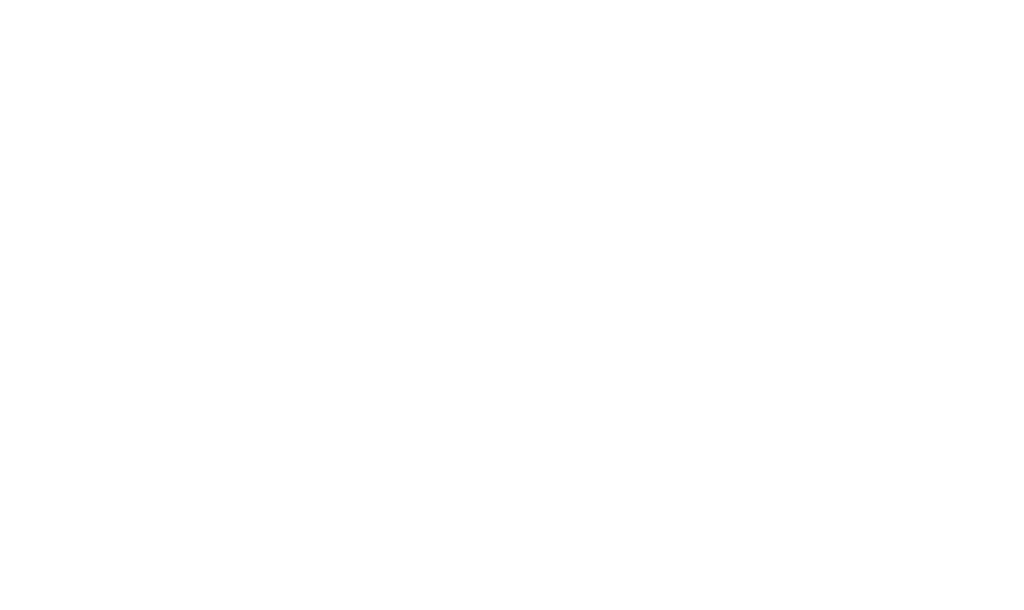
<source format=kicad_pcb>
(kicad_pcb
	(version 20241229)
	(generator "pcbnew")
	(generator_version "9.0")
	(general
		(thickness 1.6)
		(legacy_teardrops no)
	)
	(paper "A3")
	(title_block
		(title "DBtronics Project Title – PCB")
		(date "2025-04-06")
		(rev "rev0")
		(company "DBtronics Inc.")
		(comment 1 "Dian Basit")
		(comment 2 "dianbasit@dbtronics.org")
		(comment 3 "+1 (587) 432-2486")
	)
	(layers
		(0 "F.Cu" signal)
		(2 "B.Cu" signal)
		(9 "F.Adhes" user "F.Adhesive")
		(11 "B.Adhes" user "B.Adhesive")
		(13 "F.Paste" user)
		(15 "B.Paste" user)
		(5 "F.SilkS" user "F.Silkscreen")
		(7 "B.SilkS" user "B.Silkscreen")
		(1 "F.Mask" user)
		(3 "B.Mask" user)
		(17 "Dwgs.User" user "User.Drawings")
		(19 "Cmts.User" user "User.Comments")
		(21 "Eco1.User" user "User.Eco1")
		(23 "Eco2.User" user "User.Eco2")
		(25 "Edge.Cuts" user)
		(27 "Margin" user)
		(31 "F.CrtYd" user "F.Courtyard")
		(29 "B.CrtYd" user "B.Courtyard")
		(35 "F.Fab" user)
		(33 "B.Fab" user)
		(39 "User.1" user)
		(41 "User.2" user)
		(43 "User.3" user)
		(45 "User.4" user)
		(47 "User.5" user)
		(49 "User.6" user)
		(51 "User.7" user)
		(53 "User.8" user)
		(55 "User.9" user)
	)
	(setup
		(stackup
			(layer "F.SilkS"
				(type "Top Silk Screen")
			)
			(layer "F.Paste"
				(type "Top Solder Paste")
			)
			(layer "F.Mask"
				(type "Top Solder Mask")
				(color "Green")
				(thickness 0.01)
			)
			(layer "F.Cu"
				(type "copper")
				(thickness 0.035)
			)
			(layer "dielectric 1"
				(type "core")
				(thickness 1.51)
				(material "FR4")
				(epsilon_r 4.5)
				(loss_tangent 0.02)
			)
			(layer "B.Cu"
				(type "copper")
				(thickness 0.035)
			)
			(layer "B.Mask"
				(type "Bottom Solder Mask")
				(color "Green")
				(thickness 0.01)
			)
			(layer "B.Paste"
				(type "Bottom Solder Paste")
			)
			(layer "B.SilkS"
				(type "Bottom Silk Screen")
			)
			(copper_finish "None")
			(dielectric_constraints no)
		)
		(pad_to_mask_clearance 0)
		(allow_soldermask_bridges_in_footprints no)
		(tenting front back)
		(aux_axis_origin 150 168.5)
		(grid_origin 150 168.5)
		(pcbplotparams
			(layerselection 0x00000000_00000000_00000000_000000a5)
			(plot_on_all_layers_selection 0x00000000_00000000_00000000_00000000)
			(disableapertmacros no)
			(usegerberextensions yes)
			(usegerberattributes no)
			(usegerberadvancedattributes no)
			(creategerberjobfile no)
			(dashed_line_dash_ratio 12.000000)
			(dashed_line_gap_ratio 3.000000)
			(svgprecision 6)
			(plotframeref no)
			(mode 1)
			(useauxorigin no)
			(hpglpennumber 1)
			(hpglpenspeed 20)
			(hpglpendiameter 15.000000)
			(pdf_front_fp_property_popups yes)
			(pdf_back_fp_property_popups yes)
			(pdf_metadata yes)
			(pdf_single_document no)
			(dxfpolygonmode yes)
			(dxfimperialunits yes)
			(dxfusepcbnewfont yes)
			(psnegative no)
			(psa4output no)
			(plot_black_and_white yes)
			(sketchpadsonfab no)
			(plotpadnumbers no)
			(hidednponfab no)
			(sketchdnponfab yes)
			(crossoutdnponfab yes)
			(subtractmaskfromsilk no)
			(outputformat 1)
			(mirror no)
			(drillshape 1)
			(scaleselection 1)
			(outputdirectory "")
		)
	)
	(net 0 "")
	(gr_line
		(start 504.985715 250.5)
		(end 504.985715 287.262)
		(stroke
			(width 0.1)
			(type default)
		)
		(layer "Dwgs.User")
		(uuid "172887ea-5d8c-4bd5-9d4a-a50a0443ddc0")
	)
	(gr_line
		(start 428 254.808)
		(end 551.328575 254.808)
		(stroke
			(width 0.1)
			(type default)
		)
		(layer "Dwgs.User")
		(uuid "1989b35e-4fd4-4f92-b2d6-ad68d6f18338")
	)
	(gr_line
		(start 534.371431 250.5)
		(end 534.371431 287.262)
		(stroke
			(width 0.1)
			(type default)
		)
		(layer "Dwgs.User")
		(uuid "1f8041a3-afe5-4bfb-81f6-4c0fb1260cdd")
	)
	(gr_line
		(start 428 287.262)
		(end 551.328575 287.262)
		(stroke
			(width 0.1)
			(type default)
		)
		(layer "Dwgs.User")
		(uuid "24b3e4bc-fa26-46e1-a875-31fda6dd9da7")
	)
	(gr_line
		(start 428 272.838)
		(end 551.328575 272.838)
		(stroke
			(width 0.1)
			(type default)
		)
		(layer "Dwgs.User")
		(uuid "28ce659f-15f6-4655-ad29-a11feeace0ca")
	)
	(gr_line
		(start 428 283.656)
		(end 551.328575 283.656)
		(stroke
			(width 0.1)
			(type default)
		)
		(layer "Dwgs.User")
		(uuid "3bfbabe7-01a5-4fca-94c3-be70fe97039b")
	)
	(gr_line
		(start 468.457142 250.5)
		(end 468.457142 287.262)
		(stroke
			(width 0.1)
			(type default)
		)
		(layer "Dwgs.User")
		(uuid "40027914-f22f-4ce2-b4f9-573f9b91921e")
	)
	(gr_line
		(start 428 265.626)
		(end 551.328575 265.626)
		(stroke
			(width 0.1)
			(type default)
		)
		(layer "Dwgs.User")
		(uuid "427bcd7a-1a3a-4ef5-a7c9-64de69695bce")
	)
	(gr_line
		(start 551.328575 250.5)
		(end 551.328575 287.262)
		(stroke
			(width 0.1)
			(type default)
		)
		(layer "Dwgs.User")
		(uuid "495085f7-ebfe-4c73-beef-4784190a8966")
	)
	(gr_line
		(start 428 258.414)
		(end 551.328575 258.414)
		(stroke
			(width 0.1)
			(type default)
		)
		(layer "Dwgs.User")
		(uuid "65d3ef14-05ac-4e87-886b-b37b218a0b28")
	)
	(gr_line
		(start 428 250.5)
		(end 428 287.262)
		(stroke
			(width 0.1)
			(type default)
		)
		(layer "Dwgs.User")
		(uuid "7381ccff-8711-470a-be37-3e9641807e14")
	)
	(gr_line
		(start 484.957143 250.5)
		(end 484.957143 287.262)
		(stroke
			(width 0.1)
			(type default)
		)
		(layer "Dwgs.User")
		(uuid "83bf3e3c-fa24-4e72-a66c-db430b2ccd5f")
	)
	(gr_line
		(start 428 276.444)
		(end 551.328575 276.444)
		(stroke
			(width 0.1)
			(type default)
		)
		(layer "Dwgs.User")
		(uuid "90d25846-0e03-4249-ad2c-aec97c8d5b28")
	)
	(gr_line
		(start 428 269.232)
		(end 551.328575 269.232)
		(stroke
			(width 0.1)
			(type default)
		)
		(layer "Dwgs.User")
		(uuid "9164f634-5c75-4334-b885-3335189f959d")
	)
	(gr_line
		(start 443.385714 250.5)
		(end 443.385714 287.262)
		(stroke
			(width 0.1)
			(type default)
		)
		(layer "Dwgs.User")
		(uuid "d7705f6f-f10f-466b-9e29-1b0260db8499")
	)
	(gr_line
		(start 428 250.5)
		(end 551.328575 250.5)
		(stroke
			(width 0.1)
			(type default)
		)
		(layer "Dwgs.User")
		(uuid "e5e9d480-42fd-4abf-bd00-dbc027dab7d0")
	)
	(gr_line
		(start 428 262.02)
		(end 551.328575 262.02)
		(stroke
			(width 0.1)
			(type default)
		)
		(layer "Dwgs.User")
		(uuid "e6577a65-afb2-4821-814a-f86540b97e93")
	)
	(gr_line
		(start 428 280.05)
		(end 551.328575 280.05)
		(stroke
			(width 0.1)
			(type default)
		)
		(layer "Dwgs.User")
		(uuid "e69861b7-d7fe-430a-b6ca-e7e531dab0c0")
	)
	(gr_line
		(start 521.485716 250.5)
		(end 521.485716 287.262)
		(stroke
			(width 0.1)
			(type default)
		)
		(layer "Dwgs.User")
		(uuid "fdf45f54-5c5f-4e4a-80d5-4f38f1b8e53b")
	)
	(gr_text ""
		(at 505.735715 280.8 0)
		(layer "Dwgs.User")
		(uuid "02219328-406b-48d7-850d-5f6c7399a2dc")
		(effects
			(font
				(size 1.5 1.5)
				(thickness 0.1)
			)
			(justify left top)
		)
	)
	(gr_text "Min hole diameter: "
		(at 496.492852 227.408 0)
		(layer "Dwgs.User")
		(uuid "03ba1438-0175-4e1e-84b2-f9940cc6efb7")
		(effects
			(font
				(size 1.5 1.5)
				(thickness 0.2)
			)
			(justify left top)
		)
	)
	(gr_text "Color"
		(at 505.735715 251.25 0)
		(layer "Dwgs.User")
		(uuid "0569b4dc-c62f-4cf6-991c-063247c39b0b")
		(effects
			(font
				(size 1.5 1.5)
				(thickness 0.3)
			)
			(justify left top)
		)
	)
	(gr_text "1"
		(at 522.235716 280.8 0)
		(layer "Dwgs.User")
		(uuid "078f0225-8f18-4e08-9d41-071e26478caf")
		(effects
			(font
				(size 1.5 1.5)
				(thickness 0.1)
			)
			(justify left top)
		)
	)
	(gr_text "Epsilon R"
		(at 522.235716 251.25 0)
		(layer "Dwgs.User")
		(uuid "0e197e72-1559-4af5-8832-1811b31b5ab3")
		(effects
			(font
				(size 1.5 1.5)
				(thickness 0.3)
			)
			(justify left top)
		)
	)
	(gr_text "No"
		(at 521.435709 231.365 0)
		(layer "Dwgs.User")
		(uuid "0efc8123-28dc-4d9f-b500-692557a1dbae")
		(effects
			(font
				(size 1.5 1.5)
				(thickness 0.2)
			)
			(justify left top)
		)
	)
	(gr_text ""
		(at 469.207142 273.588 0)
		(layer "Dwgs.User")
		(uuid "10946e10-f732-4d5d-a932-6a415d0cc76a")
		(effects
			(font
				(size 1.5 1.5)
				(thickness 0.1)
			)
			(justify left top)
		)
	)
	(gr_text "Copper Layer Count: "
		(at 428.25 219.494 0)
		(layer "Dwgs.User")
		(uuid "116de4c4-eec7-4f16-a146-75355477f5ab")
		(effects
			(font
				(size 1.5 1.5)
				(thickness 0.2)
			)
			(justify left top)
		)
	)
	(gr_text "0.035 mm"
		(at 485.707143 273.588 0)
		(layer "Dwgs.User")
		(uuid "16a5072f-e81f-486a-8343-78a61c8cae76")
		(effects
			(font
				(size 1.5 1.5)
				(thickness 0.1)
			)
			(justify left top)
		)
	)
	(gr_text ""
		(at 505.735715 273.588 0)
		(layer "Dwgs.User")
		(uuid "16d3fc04-65d3-424f-ad8c-09cb32535269")
		(effects
			(font
				(size 1.5 1.5)
				(thickness 0.1)
			)
			(justify left top)
		)
	)
	(gr_text "B.Silkscreen"
		(at 428.75 284.406 0)
		(layer "Dwgs.User")
		(uuid "1d300289-1985-4051-8aa2-c89ec12c88fb")
		(effects
			(font
				(size 1.5 1.5)
				(thickness 0.1)
			)
			(justify left top)
		)
	)
	(gr_text ""
		(at 496.492852 223.451 0)
		(layer "Dwgs.User")
		(uuid "1ef5e0f5-72d5-4e94-a5dc-63bbd7729def")
		(effects
			(font
				(size 1.5 1.5)
				(thickness 0.2)
			)
			(justify left top)
		)
	)
	(gr_text "Board Thickness: "
		(at 496.492852 219.494 0)
		(layer "Dwgs.User")
		(uuid "204bb3b1-6452-4a65-9633-519987082373")
		(effects
			(font
				(size 1.5 1.5)
				(thickness 0.2)
			)
			(justify left top)
		)
	)
	(gr_text "Thickness (mm)"
		(at 485.707143 251.25 0)
		(layer "Dwgs.User")
		(uuid "2889fb6b-1509-48f7-9557-74554369ab63")
		(effects
			(font
				(size 1.5 1.5)
				(thickness 0.3)
			)
			(justify left top)
		)
	)
	(gr_text "Castellated pads: "
		(at 428.25 235.322 0)
		(layer "Dwgs.User")
		(uuid "2e33a90a-e7ce-4723-8e98-2913f1c90a48")
		(effects
			(font
				(size 1.5 1.5)
				(thickness 0.2)
			)
			(justify left top)
		)
	)
	(gr_text "Not specified"
		(at 469.207142 284.406 0)
		(layer "Dwgs.User")
		(uuid "30e8b281-3e6c-4e94-824c-15b145371291")
		(effects
			(font
				(size 1.5 1.5)
				(thickness 0.1)
			)
			(justify left top)
		)
	)
	(gr_text "Green"
		(at 505.735715 277.194 0)
		(layer "Dwgs.User")
		(uuid "30ea61d9-d917-4d3d-a30e-56c1a77b0c04")
		(effects
			(font
				(size 1.5 1.5)
				(thickness 0.1)
			)
			(justify left top)
		)
	)
	(gr_text "F.Paste"
		(at 428.75 259.164 0)
		(layer "Dwgs.User")
		(uuid "338ecdef-b8fc-4970-9f5a-7f6b2dd18a7f")
		(effects
			(font
				(size 1.5 1.5)
				(thickness 0.1)
			)
			(justify left top)
		)
	)
	(gr_text "1"
		(at 522.235716 259.164 0)
		(layer "Dwgs.User")
		(uuid "34702b4e-9504-4999-a606-e824f18bc140")
		(effects
			(font
				(size 1.5 1.5)
				(thickness 0.1)
			)
			(justify left top)
		)
	)
	(gr_text "0"
		(at 535.121431 255.558 0)
		(layer "Dwgs.User")
		(uuid "38f6e24e-65ef-4826-a1ba-3dc05df989a2")
		(effects
			(font
				(size 1.5 1.5)
				(thickness 0.1)
			)
			(justify left top)
		)
	)
	(gr_text ""
		(at 469.207142 259.164 0)
		(layer "Dwgs.User")
		(uuid "3df68e04-9ef1-4897-971a-bcab63302806")
		(effects
			(font
				(size 1.5 1.5)
				(thickness 0.1)
			)
			(justify left top)
		)
	)
	(gr_text "1.6000 mm"
		(at 521.435709 219.494 0)
		(layer "Dwgs.User")
		(uuid "3f6c542d-9a17-4997-b58d-2c8eb3f175a4")
		(effects
			(font
				(size 1.5 1.5)
				(thickness 0.2)
			)
			(justify left top)
		)
	)
	(gr_text "0"
		(at 535.121431 259.164 0)
		(layer "Dwgs.User")
		(uuid "407165d3-5687-4b36-aaf6-a15e705a3e52")
		(effects
			(font
				(size 1.5 1.5)
				(thickness 0.1)
			)
			(justify left top)
		)
	)
	(gr_text "0.02"
		(at 535.121431 269.982 0)
		(layer "Dwgs.User")
		(uuid "42d41816-d7f9-4356-bf35-8cbee46c2ba8")
		(effects
			(font
				(size 1.5 1.5)
				(thickness 0.1)
			)
			(justify left top)
		)
	)
	(gr_text "No"
		(at 521.435709 235.322 0)
		(layer "Dwgs.User")
		(uuid "43c784b1-7323-4d26-a037-0a995d7a5903")
		(effects
			(font
				(size 1.5 1.5)
				(thickness 0.2)
			)
			(justify left top)
		)
	)
	(gr_text "Board overall dimensions: "
		(at 428.25 223.451 0)
		(layer "Dwgs.User")
		(uuid "445c53d7-12e4-47a9-b9af-a99a3ac64e45")
		(effects
			(font
				(size 1.5 1.5)
				(thickness 0.2)
			)
			(justify left top)
		)
	)
	(gr_text "Not specified"
		(at 505.735715 269.982 0)
		(layer "Dwgs.User")
		(uuid "456c2f4e-1312-41ba-a01d-cc32c30228bd")
		(effects
			(font
				(size 1.5 1.5)
				(thickness 0.1)
			)
			(justify left top)
		)
	)
	(gr_text ""
		(at 469.207142 266.376 0)
		(layer "Dwgs.User")
		(uuid "47a664d2-a163-4df6-89dc-bd86f78cd979")
		(effects
			(font
				(size 1.5 1.5)
				(thickness 0.1)
			)
			(justify left top)
		)
	)
	(gr_text ""
		(at 469.207142 280.8 0)
		(layer "Dwgs.User")
		(uuid "48b4a29f-c38d-40a9-add9-313dfce27bf0")
		(effects
			(font
				(size 1.5 1.5)
				(thickness 0.1)
			)
			(justify left top)
		)
	)
	(gr_text "Not specified"
		(at 469.207142 255.558 0)
		(layer "Dwgs.User")
		(uuid "49ee484c-6231-42e1-bc6e-e9e4747d3f77")
		(effects
			(font
				(size 1.5 1.5)
				(thickness 0.1)
			)
			(justify left top)
		)
	)
	(gr_text "123.4286 mm x 36.8620 mm"
		(at 460.907143 223.451 0)
		(layer "Dwgs.User")
		(uuid "4ecc2f7d-e529-4e07-b36c-1687ed71b25b")
		(effects
			(font
				(size 1.5 1.5)
				(thickness 0.2)
			)
			(justify left top)
		)
	)
	(gr_text "0.2000 mm / 0.0000 mm"
		(at 460.907143 227.408 0)
		(layer "Dwgs.User")
		(uuid "4ff3a5a6-5a3c-4bbf-8012-613d1f8151a1")
		(effects
			(font
				(size 1.5 1.5)
				(thickness 0.2)
			)
			(justify left top)
		)
	)
	(gr_text "Layer Name"
		(at 428.75 251.25 0)
		(layer "Dwgs.User")
		(uuid "5090a857-1da5-4994-bd07-a0e6d13bd109")
		(effects
			(font
				(size 1.5 1.5)
				(thickness 0.3)
			)
			(justify left top)
		)
	)
	(gr_text "Plated Board Edge: "
		(at 496.492852 235.322 0)
		(layer "Dwgs.User")
		(uuid "50c71aeb-0dbb-443c-bd10-76af1c79c242")
		(effects
			(font
				(size 1.5 1.5)
				(thickness 0.2)
			)
			(justify left top)
		)
	)
	(gr_text "0.035 mm"
		(at 485.707143 266.376 0)
		(layer "Dwgs.User")
		(uuid "5114569f-4919-4d12-b3a7-0cdba0d951ff")
		(effects
			(font
				(size 1.5 1.5)
				(thickness 0.1)
			)
			(justify left top)
		)
	)
	(gr_text "copper"
		(at 444.135714 266.376 0)
		(layer "Dwgs.User")
		(uuid "514909d4-4d0d-4076-9f7d-c20ae4b9b574")
		(effects
			(font
				(size 1.5 1.5)
				(thickness 0.1)
			)
			(justify left top)
		)
	)
	(gr_text "0 mm"
		(at 485.707143 284.406 0)
		(layer "Dwgs.User")
		(uuid "51c7a61b-e888-4345-9583-313984c5fad8")
		(effects
			(font
				(size 1.5 1.5)
				(thickness 0.1)
			)
			(justify left top)
		)
	)
	(gr_text "Not specified"
		(at 469.207142 262.77 0)
		(layer "Dwgs.User")
		(uuid "54027c15-fd2d-4745-9059-df32d512669e")
		(effects
			(font
				(size 1.5 1.5)
				(thickness 0.1)
			)
			(justify left top)
		)
	)
	(gr_text "0"
		(at 535.121431 266.376 0)
		(layer "Dwgs.User")
		(uuid "5542a416-c0de-44d1-85a4-57f9451afcf1")
		(effects
			(font
				(size 1.5 1.5)
				(thickness 0.1)
			)
			(justify left top)
		)
	)
	(gr_text "Edge card connectors: "
		(at 428.25 239.279 0)
		(layer "Dwgs.User")
		(uuid "5a8d4864-a245-403f-b6b7-ba3a302a194e")
		(effects
			(font
				(size 1.5 1.5)
				(thickness 0.2)
			)
			(justify left top)
		)
	)
	(gr_text "0.01 mm"
		(at 485.707143 277.194 0)
		(layer "Dwgs.User")
		(uuid "5b158703-19c5-4fd2-b000-289df4a5343a")
		(effects
			(font
				(size 1.5 1.5)
				(thickness 0.1)
			)
			(justify left top)
		)
	)
	(gr_text "Green"
		(at 505.735715 262.77 0)
		(layer "Dwgs.User")
		(uuid "5bc40cf5-9d04-4717-b9c9-3be8a2fb63bf")
		(effects
			(font
				(size 1.5 1.5)
				(thickness 0.1)
			)
			(justify left top)
		)
	)
	(gr_text "0"
		(at 535.121431 277.194 0)
		(layer "Dwgs.User")
		(uuid "5cd28989-90a7-4079-8999-ded27180bad6")
		(effects
			(font
				(size 1.5 1.5)
				(thickness 0.1)
			)
			(justify left top)
		)
	)
	(gr_text "Min track/spacing: "
		(at 428.25 227.408 0)
		(layer "Dwgs.User")
		(uuid "6365c03c-b03b-40bb-b452-0f17f7df9632")
		(effects
			(font
				(size 1.5 1.5)
				(thickness 0.2)
			)
			(justify left top)
		)
	)
	(gr_text "0.3000 mm"
		(at 521.435709 227.408 0)
		(layer "Dwgs.User")
		(uuid "6f9ffb83-757b-42ba-809e-fae45b202d25")
		(effects
			(font
				(size 1.5 1.5)
				(thickness 0.2)
			)
			(justify left top)
		)
	)
	(gr_text "3.3"
		(at 522.235716 277.194 0)
		(layer "Dwgs.User")
		(uuid "7006af42-e7d9-4c95-bc32-a656fe15b51c")
		(effects
			(font
				(size 1.5 1.5)
				(thickness 0.1)
			)
			(justify left top)
		)
	)
	(gr_text "0 mm"
		(at 485.707143 255.558 0)
		(layer "Dwgs.User")
		(uuid "74f240bb-9fa1-48cd-92eb-1bc99f713448")
		(effects
			(font
				(size 1.5 1.5)
				(thickness 0.1)
			)
			(justify left top)
		)
	)
	(gr_text "Not specified"
		(at 505.735715 255.558 0)
		(layer "Dwgs.User")
		(uuid "7aa2ccf2-d38f-41b5-898e-ae5205ace9a2")
		(effects
			(font
				(size 1.5 1.5)
				(thickness 0.1)
			)
			(justify left top)
		)
	)
	(gr_text "F.Cu"
		(at 428.75 266.376 0)
		(layer "Dwgs.User")
		(uuid "7cc9159c-e040-48ec-b599-563bb89913a4")
		(effects
			(font
				(size 1.5 1.5)
				(thickness 0.1)
			)
			(justify left top)
		)
	)
	(gr_text "0.01 mm"
		(at 485.707143 262.77 0)
		(layer "Dwgs.User")
		(uuid "7e338287-12ff-40d2-8cf0-a34f3a155edd")
		(effects
			(font
				(size 1.5 1.5)
				(thickness 0.1)
			)
			(justify left top)
		)
	)
	(gr_text "1.51 mm"
		(at 485.707143 269.982 0)
		(layer "Dwgs.User")
		(uuid "81b8d7dd-5384-4d87-a6ea-8e9cb54d825f")
		(effects
			(font
				(size 1.5 1.5)
				(thickness 0.1)
			)
			(justify left top)
		)
	)
	(gr_text "2"
		(at 460.907143 219.494 0)
		(layer "Dwgs.User")
		(uuid "8256f71a-a92a-4ecd-8dc4-925a359f0176")
		(effects
			(font
				(size 1.5 1.5)
				(thickness 0.2)
			)
			(justify left top)
		)
	)
	(gr_text "BOARD CHARACTERISTICS"
		(at 427.5 214 0)
		(layer "Dwgs.User")
		(uuid "82e07007-68b7-4692-9425-b51a7c9e19f6")
		(effects
			(font
				(size 2 2)
				(thickness 0.4)
			)
			(justify left top)
		)
	)
	(gr_text "Dielectric"
		(at 428.75 269.982 0)
		(layer "Dwgs.User")
		(uuid "82e39f5d-135a-4013-881f-85deb93c522d")
		(effects
			(font
				(size 1.5 1.5)
				(thickness 0.1)
			)
			(justify left top)
		)
	)
	(gr_text "Loss Tangent"
		(at 535.121431 251.25 0)
		(layer "Dwgs.User")
		(uuid "83f9b181-733a-4f02-ac06-38329842242c")
		(effects
			(font
				(size 1.5 1.5)
				(thickness 0.3)
			)
			(justify left top)
		)
	)
	(gr_text ""
		(at 505.735715 259.164 0)
		(layer "Dwgs.User")
		(uuid "87c25945-6d7b-4a9a-a515-a07631b6190b")
		(effects
			(font
				(size 1.5 1.5)
				(thickness 0.1)
			)
			(justify left top)
		)
	)
	(gr_text "FR4"
		(at 469.207142 269.982 0)
		(layer "Dwgs.User")
		(uuid "8852708b-7292-43ba-97d6-d3a1b8265e87")
		(effects
			(font
				(size 1.5 1.5)
				(thickness 0.1)
			)
			(justify left top)
		)
	)
	(gr_text "0"
		(at 535.121431 284.406 0)
		(layer "Dwgs.User")
		(uuid "8946fbb4-b134-4261-b14b-81a3121f1ee9")
		(effects
			(font
				(size 1.5 1.5)
				(thickness 0.1)
			)
			(justify left top)
		)
	)
	(gr_text "No"
		(at 460.907143 235.322 0)
		(layer "Dwgs.User")
		(uuid "8c425004-bb3b-45cb-b49d-596e3de0ba78")
		(effects
			(font
				(size 1.5 1.5)
				(thickness 0.2)
			)
			(justify left top)
		)
	)
	(gr_text "Type"
		(at 444.135714 251.25 0)
		(layer "Dwgs.User")
		(uuid "90e08ac8-02bb-41af-adf4-545866bbeed8")
		(effects
			(font
				(size 1.5 1.5)
				(thickness 0.3)
			)
			(justify left top)
		)
	)
	(gr_text "0"
		(at 535.121431 273.588 0)
		(layer "Dwgs.User")
		(uuid "92c94c72-7e91-415c-9312-fcc058c52946")
		(effects
			(font
				(size 1.5 1.5)
				(thickness 0.1)
			)
			(justify left top)
		)
	)
	(gr_text "1"
		(at 522.235716 273.588 0)
		(layer "Dwgs.User")
		(uuid "936b938a-7807-4ed6-b4f7-d85bb42b030b")
		(effects
			(font
				(size 1.5 1.5)
				(thickness 0.1)
			)
			(justify left top)
		)
	)
	(gr_text "Bottom Solder Mask"
		(at 444.135714 277.194 0)
		(layer "Dwgs.User")
		(uuid "93b39478-ca25-4900-84ca-7d4c850a7708")
		(effects
			(font
				(size 1.5 1.5)
				(thickness 0.1)
			)
			(justify left top)
		)
	)
	(gr_text "Not specified"
		(at 505.735715 284.406 0)
		(layer "Dwgs.User")
		(uuid "93c2eb3c-8df0-42c9-9cdd-4804757066ff")
		(effects
			(font
				(size 1.5 1.5)
				(thickness 0.1)
			)
			(justify left top)
		)
	)
	(gr_text "1"
		(at 522.235716 255.558 0)
		(layer "Dwgs.User")
		(uuid "951ba6d6-2bd1-4e1e-8e55-b240bd590f4a")
		(effects
			(font
				(size 1.5 1.5)
				(thickness 0.1)
			)
			(justify left top)
		)
	)
	(gr_text "1"
		(at 522.235716 266.376 0)
		(layer "Dwgs.User")
		(uuid "97312e1c-8edb-4517-8d5b-7574f94d96e7")
		(effects
			(font
				(size 1.5 1.5)
				(thickness 0.1)
			)
			(justify left top)
		)
	)
	(gr_text "B.Mask"
		(at 428.75 277.194 0)
		(layer "Dwgs.User")
		(uuid "99995985-a66b-42fe-9d90-bca29b6e91bc")
		(effects
			(font
				(size 1.5 1.5)
				(thickness 0.1)
			)
			(justify left top)
		)
	)
	(gr_text "F.Silkscreen"
		(at 428.75 255.558 0)
		(layer "Dwgs.User")
		(uuid "9a9f05eb-07f5-4a27-8aec-7d80f653ad2f")
		(effects
			(font
				(size 1.5 1.5)
				(thickness 0.1)
			)
			(justify left top)
		)
	)
	(gr_text "Top Solder Paste"
		(at 444.135714 259.164 0)
		(layer "Dwgs.User")
		(uuid "9d49e8b7-579b-4167-bd9f-d7629f8b2af9")
		(effects
			(font
				(size 1.5 1.5)
				(thickness 0.1)
			)
			(justify left top)
		)
	)
	(gr_text "Not specified"
		(at 469.207142 277.194 0)
		(layer "Dwgs.User")
		(uuid "a187c09d-3e70-4d1f-9c64-67cea7ed9bd5")
		(effects
			(font
				(size 1.5 1.5)
				(thickness 0.1)
			)
			(justify left top)
		)
	)
	(gr_text "1"
		(at 522.235716 284.406 0)
		(layer "Dwgs.User")
		(uuid "a23634b9-5699-4afc-922e-465cb26e8e58")
		(effects
			(font
				(size 1.5 1.5)
				(thickness 0.1)
			)
			(justify left top)
		)
	)
	(gr_text "3.3"
		(at 522.235716 262.77 0)
		(layer "Dwgs.User")
		(uuid "a46e6b29-aa60-4eda-9219-305e436ceb42")
		(effects
			(font
				(size 1.5 1.5)
				(thickness 0.1)
			)
			(justify left top)
		)
	)
	(gr_text "0"
		(at 535.121431 262.77 0)
		(layer "Dwgs.User")
		(uuid "a4f35477-2269-478e-ba96-001e7521aaf0")
		(effects
			(font
				(size 1.5 1.5)
				(thickness 0.1)
			)
			(justify left top)
		)
	)
	(gr_text "F.Mask"
		(at 428.75 262.77 0)
		(layer "Dwgs.User")
		(uuid "aff00dbd-9157-4f38-806f-be4dc2556231")
		(effects
			(font
				(size 1.5 1.5)
				(thickness 0.1)
			)
			(justify left top)
		)
	)
	(gr_text "4.5"
		(at 522.235716 269.982 0)
		(layer "Dwgs.User")
		(uuid "b11cbd91-0277-4a9a-81f6-6d8531754915")
		(effects
			(font
				(size 1.5 1.5)
				(thickness 0.1)
			)
			(justify left top)
		)
	)
	(gr_text "No"
		(at 460.907143 239.279 0)
		(layer "Dwgs.User")
		(uuid "b23d73cf-5696-4d48-8791-8be42d58aced")
		(effects
			(font
				(size 1.5 1.5)
				(thickness 0.2)
			)
			(justify left top)
		)
	)
	(gr_text ""
		(at 505.735715 266.376 0)
		(layer "Dwgs.User")
		(uuid "b3a11b10-b63e-400c-8346-58302ea69b1d")
		(effects
			(font
				(size 1.5 1.5)
				(thickness 0.1)
			)
			(justify left top)
		)
	)
	(gr_text "None"
		(at 460.907143 231.365 0)
		(layer "Dwgs.User")
		(uuid "b3b06e62-f2cd-4fbb-89c0-02a96b1064d5")
		(effects
			(font
				(size 1.5 1.5)
				(thickness 0.2)
			)
			(justify left top)
		)
	)
	(gr_text "core"
		(at 444.135714 269.982 0)
		(layer "Dwgs.User")
		(uuid "b4e8ee85-312a-4c20-9f96-262e49af2c92")
		(effects
			(font
				(size 1.5 1.5)
				(thickness 0.1)
			)
			(justify left top)
		)
	)
	(gr_text "0"
		(at 535.121431 280.8 0)
		(layer "Dwgs.User")
		(uuid "b6154708-a71b-4153-b505-ab32b9120619")
		(effects
			(font
				(size 1.5 1.5)
				(thickness 0.1)
			)
			(justify left top)
		)
	)
	(gr_text "0 mm"
		(at 485.707143 259.164 0)
		(layer "Dwgs.User")
		(uuid "b776fbbf-29cb-411e-8999-8e3c260244f6")
		(effects
			(font
				(size 1.5 1.5)
				(thickness 0.1)
			)
			(justify left top)
		)
	)
	(gr_text "Copper Finish: "
		(at 428.25 231.365 0)
		(layer "Dwgs.User")
		(uuid "bb0314d2-5717-42c4-9b72-b7ea00949308")
		(effects
			(font
				(size 1.5 1.5)
				(thickness 0.2)
			)
			(justify left top)
		)
	)
	(gr_text "0 mm"
		(at 485.707143 280.8 0)
		(layer "Dwgs.User")
		(uuid "c00d5458-03f3-4da7-be9e-26fbb56a2f3f")
		(effects
			(font
				(size 1.5 1.5)
				(thickness 0.1)
			)
			(justify left top)
		)
	)
	(gr_text "B.Cu"
		(at 428.75 273.588 0)
		(layer "Dwgs.User")
		(uuid "d0456074-31e1-4c84-afe9-a5ac465d6539")
		(effects
			(font
				(size 1.5 1.5)
				(thickness 0.1)
			)
			(justify left top)
		)
	)
	(gr_text "Top Silk Screen"
		(at 444.135714 255.558 0)
		(layer "Dwgs.User")
		(uuid "d115a1fb-bbb6-447a-8734-eff06c5fe4e8")
		(effects
			(font
				(size 1.5 1.5)
				(thickness 0.1)
			)
			(justify left top)
		)
	)
	(gr_text "Bottom Silk Screen"
		(at 444.135714 284.406 0)
		(layer "Dwgs.User")
		(uuid "d12ad2a1-0a47-4d17-9a71-c4b4efc9b10a")
		(effects
			(font
				(size 1.5 1.5)
				(thickness 0.1)
			)
			(justify left top)
		)
	)
	(gr_text "B.Paste"
		(at 428.75 280.8 0)
		(layer "Dwgs.User")
		(uuid "d5917444-9b6f-462e-b4c8-cf921beefa6b")
		(effects
			(font
				(size 1.5 1.5)
				(thickness 0.1)
			)
			(justify left top)
		)
	)
	(gr_text "Top Solder Mask"
		(at 444.135714 262.77 0)
		(layer "Dwgs.User")
		(uuid "e4c8fd5d-5a87-410d-8369-1a7deb3a80d1")
		(effects
			(font
				(size 1.5 1.5)
				(thickness 0.1)
			)
			(justify left top)
		)
	)
	(gr_text "copper"
		(at 444.135714 273.588 0)
		(layer "Dwgs.User")
		(uuid "e6b3644c-34ac-4aa8-9d67-2e72421e8b28")
		(effects
			(font
				(size 1.5 1.5)
				(thickness 0.1)
			)
			(justify left top)
		)
	)
	(gr_text "Impedance Control: "
		(at 496.492852 231.365 0)
		(layer "Dwgs.User")
		(uuid "eb58db73-6f16-4fbb-a026-01ff906ae673")
		(effects
			(font
				(size 1.5 1.5)
				(thickness 0.2)
			)
			(justify left top)
		)
	)
	(gr_text "Material"
		(at 469.207142 251.25 0)
		(layer "Dwgs.User")
		(uuid "ec288e37-1f8f-43f4-bf50-4eb0c91380b5")
		(effects
			(font
				(size 1.5 1.5)
				(thickness 0.3)
			)
			(justify left top)
		)
	)
	(gr_text "Bottom Solder Paste"
		(at 444.135714 280.8 0)
		(layer "Dwgs.User")
		(uuid "f6ea2c24-b1b4-464c-abb1-c3f875b6581b")
		(effects
			(font
				(size 1.5 1.5)
				(thickness 0.1)
			)
			(justify left top)
		)
	)
	(gr_text ""
		(at 521.435709 223.451 0)
		(layer "Dwgs.User")
		(uuid "f7249337-27c0-40c7-93ec-dd310aaf6207")
		(effects
			(font
				(size 1.5 1.5)
				(thickness 0.2)
			)
			(justify left top)
		)
	)
	(group "group-boardCharacteristics"
		(uuid "7a1adc86-4e6b-421e-9f95-e9b9e8cfef39")
		(members "03ba1438-0175-4e1e-84b2-f9940cc6efb7" "0efc8123-28dc-4d9f-b500-692557a1dbae"
			"116de4c4-eec7-4f16-a146-75355477f5ab" "1ef5e0f5-72d5-4e94-a5dc-63bbd7729def"
			"204bb3b1-6452-4a65-9633-519987082373" "2e33a90a-e7ce-4723-8e98-2913f1c90a48"
			"3f6c542d-9a17-4997-b58d-2c8eb3f175a4" "43c784b1-7323-4d26-a037-0a995d7a5903"
			"445c53d7-12e4-47a9-b9af-a99a3ac64e45" "4ecc2f7d-e529-4e07-b36c-1687ed71b25b"
			"4ff3a5a6-5a3c-4bbf-8012-613d1f8151a1" "50c71aeb-0dbb-443c-bd10-76af1c79c242"
			"5a8d4864-a245-403f-b6b7-ba3a302a194e" "6365c03c-b03b-40bb-b452-0f17f7df9632"
			"6f9ffb83-757b-42ba-809e-fae45b202d25" "8256f71a-a92a-4ecd-8dc4-925a359f0176"
			"82e07007-68b7-4692-9425-b51a7c9e19f6" "8c425004-bb3b-45cb-b49d-596e3de0ba78"
			"b23d73cf-5696-4d48-8791-8be42d58aced" "b3b06e62-f2cd-4fbb-89c0-02a96b1064d5"
			"bb0314d2-5717-42c4-9b72-b7ea00949308" "eb58db73-6f16-4fbb-a026-01ff906ae673"
			"f7249337-27c0-40c7-93ec-dd310aaf6207"
		)
	)
	(group "group-boardStackUp"
		(uuid "a408b31a-4187-40c2-8dfb-0d9e0a01cecd")
		(members "02219328-406b-48d7-850d-5f6c7399a2dc" "0569b4dc-c62f-4cf6-991c-063247c39b0b"
			"078f0225-8f18-4e08-9d41-071e26478caf" "0e197e72-1559-4af5-8832-1811b31b5ab3"
			"10946e10-f732-4d5d-a932-6a415d0cc76a" "16a5072f-e81f-486a-8343-78a61c8cae76"
			"16d3fc04-65d3-424f-ad8c-09cb32535269" "172887ea-5d8c-4bd5-9d4a-a50a0443ddc0"
			"1989b35e-4fd4-4f92-b2d6-ad68d6f18338" "1d300289-1985-4051-8aa2-c89ec12c88fb"
			"1f8041a3-afe5-4bfb-81f6-4c0fb1260cdd" "24b3e4bc-fa26-46e1-a875-31fda6dd9da7"
			"2889fb6b-1509-48f7-9557-74554369ab63" "28ce659f-15f6-4655-ad29-a11feeace0ca"
			"30e8b281-3e6c-4e94-824c-15b145371291" "30ea61d9-d917-4d3d-a30e-56c1a77b0c04"
			"338ecdef-b8fc-4970-9f5a-7f6b2dd18a7f" "34702b4e-9504-4999-a606-e824f18bc140"
			"38f6e24e-65ef-4826-a1ba-3dc05df989a2" "3bfbabe7-01a5-4fca-94c3-be70fe97039b"
			"3df68e04-9ef1-4897-971a-bcab63302806" "40027914-f22f-4ce2-b4f9-573f9b91921e"
			"407165d3-5687-4b36-aaf6-a15e705a3e52" "427bcd7a-1a3a-4ef5-a7c9-64de69695bce"
			"42d41816-d7f9-4356-bf35-8cbee46c2ba8" "456c2f4e-1312-41ba-a01d-cc32c30228bd"
			"47a664d2-a163-4df6-89dc-bd86f78cd979" "48b4a29f-c38d-40a9-add9-313dfce27bf0"
			"495085f7-ebfe-4c73-beef-4784190a8966" "49ee484c-6231-42e1-bc6e-e9e4747d3f77"
			"5090a857-1da5-4994-bd07-a0e6d13bd109" "5114569f-4919-4d12-b3a7-0cdba0d951ff"
			"514909d4-4d0d-4076-9f7d-c20ae4b9b574" "51c7a61b-e888-4345-9583-313984c5fad8"
			"54027c15-fd2d-4745-9059-df32d512669e" "5542a416-c0de-44d1-85a4-57f9451afcf1"
			"5b158703-19c5-4fd2-b000-289df4a5343a" "5bc40cf5-9d04-4717-b9c9-3be8a2fb63bf"
			"5cd28989-90a7-4079-8999-ded27180bad6" "65d3ef14-05ac-4e87-886b-b37b218a0b28"
			"7006af42-e7d9-4c95-bc32-a656fe15b51c" "7381ccff-8711-470a-be37-3e9641807e14"
			"74f240bb-9fa1-48cd-92eb-1bc99f713448" "7aa2ccf2-d38f-41b5-898e-ae5205ace9a2"
			"7cc9159c-e040-48ec-b599-563bb89913a4" "7e338287-12ff-40d2-8cf0-a34f3a155edd"
			"81b8d7dd-5384-4d87-a6ea-8e9cb54d825f" "82e39f5d-135a-4013-881f-85deb93c522d"
			"83bf3e3c-fa24-4e72-a66c-db430b2ccd5f" "83f9b181-733a-4f02-ac06-38329842242c"
			"87c25945-6d7b-4a9a-a515-a07631b6190b" "8852708b-7292-43ba-97d6-d3a1b8265e87"
			"8946fbb4-b134-4261-b14b-81a3121f1ee9" "90d25846-0e03-4249-ad2c-aec97c8d5b28"
			"90e08ac8-02bb-41af-adf4-545866bbeed8" "9164f634-5c75-4334-b885-3335189f959d"
			"92c94c72-7e91-415c-9312-fcc058c52946" "936b938a-7807-4ed6-b4f7-d85bb42b030b"
			"93b39478-ca25-4900-84ca-7d4c850a7708" "93c2eb3c-8df0-42c9-9cdd-4804757066ff"
			"951ba6d6-2bd1-4e1e-8e55-b240bd590f4a" "97312e1c-8edb-4517-8d5b-7574f94d96e7"
			"99995985-a66b-42fe-9d90-bca29b6e91bc" "9a9f05eb-07f5-4a27-8aec-7d80f653ad2f"
			"9d49e8b7-579b-4167-bd9f-d7629f8b2af9" "a187c09d-3e70-4d1f-9c64-67cea7ed9bd5"
			"a23634b9-5699-4afc-922e-465cb26e8e58" "a46e6b29-aa60-4eda-9219-305e436ceb42"
			"a4f35477-2269-478e-ba96-001e7521aaf0" "aff00dbd-9157-4f38-806f-be4dc2556231"
			"b11cbd91-0277-4a9a-81f6-6d8531754915" "b3a11b10-b63e-400c-8346-58302ea69b1d"
			"b4e8ee85-312a-4c20-9f96-262e49af2c92" "b6154708-a71b-4153-b505-ab32b9120619"
			"b776fbbf-29cb-411e-8999-8e3c260244f6" "c00d5458-03f3-4da7-be9e-26fbb56a2f3f"
			"d0456074-31e1-4c84-afe9-a5ac465d6539" "d115a1fb-bbb6-447a-8734-eff06c5fe4e8"
			"d12ad2a1-0a47-4d17-9a71-c4b4efc9b10a" "d5917444-9b6f-462e-b4c8-cf921beefa6b"
			"d7705f6f-f10f-466b-9e29-1b0260db8499" "e4c8fd5d-5a87-410d-8369-1a7deb3a80d1"
			"e5e9d480-42fd-4abf-bd00-dbc027dab7d0" "e6577a65-afb2-4821-814a-f86540b97e93"
			"e69861b7-d7fe-430a-b6ca-e7e531dab0c0" "e6b3644c-34ac-4aa8-9d67-2e72421e8b28"
			"ec288e37-1f8f-43f4-bf50-4eb0c91380b5" "f6ea2c24-b1b4-464c-abb1-c3f875b6581b"
			"fdf45f54-5c5f-4e4a-80d5-4f38f1b8e53b"
		)
	)
	(embedded_fonts no)
	(embedded_files
		(file
			(name "Template_sch_1.kicad_wks")
			(type worksheet)
			(data |KLUv/WDNZvVQAXodb5cd0Egi+SjP/1yF/DTf96QOvtWSD+lS+uIB/kbC+QKaCV4JXgmjfHw40cgV
				4nRlsJGEgG/Y9rl0z4m4vn8fbRbgX6yn8B88X5xPCOJWd8d8gaHpNOXEseh7g+jMRqN+ek0yI1NJ
				rFrR1AesbbKQuKQRtWrsUVwCjcwNr6yRTd+xKhRkN84RbQYzaONPc2v+baeKY27Ww6EXHGEhUcUd
				ueEeTANLwiDz0XJmLgWj/a+ohFYQnJVwgqOCBLuEgRivH0W1y7Z8uwXhR+9kNkaMdP8IEvFGY5hi
				Ndanh/lBnwDNsCuLnfo/uDKdKOTy8v7acTC9B6eC6r1ubgTprXWKdaFyxOH/V8Glm4VjD3sP7sZY
				joQQccTZsYfEBrFLTD3bbhAb7iCVBdZ7G0t2uxHVGOjZFJzRZjCR4ct07FbqCu2wfaYfwNz0DrRg
				Yt+DvpN5MNkTXATvilWpCCn/f15FFZeEXY44SE0h+qXjEKjJOsjKid4XXKEe3v/04XUb98vYGhKU
				s6ZRZs8/DSgDlfqKmNpn9gjTCrZ5oUHMyUdqdrC0DOGDYLszzO9tZclWNJtM8aIb/1p6AjN4kCtw
				YIlYX4a0X/9Y23H0ARnpEx1Go0PJsNZuOYGPmnbqggWa7+6gpfej7/pBTm695occuqtn5jKFRKeo
				SzTblOr5OWDWdsJMQOCNoRGOZnERuKiepBJMVYKKyA1/BnzCoKUpk2Ne/OC4x1f7/6HOU4wDM4Ar
				e3qiTgeW6B7YoW9NMIiorXr1m5HGVJLdKb/1/mn2pfs/GFMeGDSVmXr/qPiAXbWfIWb96pcYavLk
				raT2ztVRyV/xCsWgOUZzgoo9wS5dy+CNr1Bflze0+b7jse08u2bL/GmKlJbbFUJUtGnpu+CEC1jm
				o1iVZ4OiZxiUZuIUjIgNKN2l4Gnu6NgfVBwjsToS2tjNPw2POMeyvvfgz6/qne5Np3eGjwIol9vp
				hLNngqIP+m6HjhSqdJod4LB3Y4Voa05J6OEBLxul4gO+eHy5yyg+efLJQfeBkg0msbaG8ZibxKqZ
				Ks9quOVAgPmtLoIuNjUB2AQl+aPUau7wT2T8jkkBKR0nGdYVTa8R2bSJAO40c4AFN4zCjOZWhTUq
				LvXhkf88bKTobs+uZC+Z5ThwA6nr496XuOrYs/UmDKp1qmDTu4+lFRBhvKYGuaRxEDxMiQK87aQw
				F5ostxUXjpOzQQxjGxKcT2Ap/99KnluOndpysaNaSmUmqDXhoGZlPwJDu07C8VyLJGsg3N+dtNdM
				zORkq7opTCVN1Li7rmPsJmI6/T1kqW4GLOAMvrRCBa8vAhvqGerGYisqYaMcl5dY3Yd6/xm8u9vX
				+ev4bHhqR7eG4ljELbo0JTUvIsyGXqlZk7WC8DLwxnojQOxRn/26z4jOSFlveWystDhEs0efEJOQ
				UOe37a8WJjjDQzpSVl727pVu5zJ2Dx1j6693mOk7ITiqOwpP7FQNbARiL22c2pafvvbbwwLXTgXs
				VIqyX1wXs/G319HKTmLfZNGnnK8DvUkC26BDHYQhVWnfkgkTkzB5G0nJLFeIhmxLGyxSc9D7OtAi
				cnseZniEST4+2e8KP7nR/Ye6wjX/cGwWEwykFEPvd9o6iVa9CBEpQ/PLcvIFbnIP1Z3+7MEdkhYS
				DZfG5OPjxq31EqFbrh+obJiE91eGbH/zuj7nXj6VGe2pWafJgYW3ucndtso1nv/l1L3jrkphT7lC
				kmmsJb1WrCWhCRiGj03goXwkc8r/z68FkK1vL8I9LTMHLC5Ap0/0PW9+OnwPkvf0NsdGfkK9oAyj
				GT8dbYrVxUW7DzDn4qJ0IiRYQCjS/LUiuzqC40aw2CVW2eDfYbZZyj08z19d7ItRkMPZqPrghHKZ
				SSUXrr5xBJXc/K0TFUkTUDkBFLQVsn40wM6B5b+5nLGajKjn2rR/yhOEA1cBog2gG8cI5/aljojV
				kZ395eWrd7DsPcKTXNMcf+BBySGo+PWUDw7RFqMZ/zcJ8ED+EFXpqYWsJHzGMfIXorP9vyD7p749
				LG6C0YHjnj1bt2RsUC5bGxbl9O7PE0XYZiw6bFJoDtTh+esgWONHLx0PEJQRoobMqOxPD8aR42Ki
				P6iiV1/Zpab1VTBjD6/i+LdZ2E50BHVZyGVeXc3k3X8x2TS+XdMDT9jW/uHiTPtXG1LvWLehKAGN
				fgj9ui0cbUEM6VQIkDnF50QK3dWIlJeJBsbdHHa0Jbdb7s1Y2QPcZFYmTxOD80NgzmW5PlJvvfnu
				CRT/dqwZFRfQuLm1Uw3QX2RFmpESRdizpaLfC9ie6n/U/eppS7DuP2Ob4plahVTy6VQ7iNpu9MtH
				1yoizuB4gWV2hD7VUZAGDo9B5gOyj05sST2pxdVWFltHsQQu0HzA8oJK6wjqOUFlvxN90HX/UPAD
				Y3VLDcwHUvW0Ca6Ic3R3wjaJUcPmfSRC2xtZ5f+DwBz8f2L/TJwwQ0qThZYEBrjDHZlF0dd4YiQa
				bWdNVeDrHKmusva4FWcJn4jrpvq5aNVcJIti5kAr9U44RY81khvmsyz5zXVUft0nl130b3uQ74QY
				GEl5nPPfUgNS5FlOU03LEcizZZx6YEJbrUBvRDR11EgNpyt9qUiHsjhBjxIlb5wEAAC4TU6K4vkN
				UrJRrJyxsZ1gDR+yeXBnZQNRG/i0hmana+C9zQldARhg5mZqEMYBgwFqbKI4QRxwFAYwhFKbcu6e
				p6xrBqgz3XI4rt5p2hgQu6Z8q+wcMQxzwHKAIikYhiiYAxSiWIwDkMI4lgMKA9SiTAD+bNYy/RSD
				ccBQGIAwBzALqTVctj0KBTYcGEXUtyzGAUfWaBFWSa6EurGZuwYYoDCgUA4YiAgDKzDOXbAgCiJ1
				DchVtf0GICxgAGklAANyU77p1YBbrU3Oi7iGU3/3S2P6NOAoqjDydtVbFgEYcBEHHAYwA6Ft1edF
				YQKg5qkuBRAAOQAxYCAI5oDEAGVZQAQ2UAKiwPdVCiCAAQdQcxO679u/1XxWUQP81c1x/UUKA4jG
				LxADhvM8B8IoAADymV4JA5DCAJyuBUAIwIC8V/MzRwYDKQwYkAAYwO9vdHYNyE21Vg0YbnW+aTSP
				DRgMGAQAo3R8GqDGuZsboLa5Aems07dpgAAMyGdVlml0GIYDDEhntUAM5gCmMKBQhgMGgjAgv80c
				F4AADFBlc85R9ZbpPKfPms5b1r0HwoDZZW9TTkC+qrEBEOKAwYA2T11end3YAMgBhAHq7+J5r+YF
				AAAAAlDruYoPBzACSIAA3FRNQFwLwICbzs1bnVXWAAtBEEYxFAbMtIvf6l4AAAQAh/kEpCbqwgUI
				mbLc2zVONN9daVoSqaPTSHVui0pT37dWmcZ8PDrql+LtEXfuxAKWdeORXGbER1cJouSC5DMuosrx
				q1iR8t6noXCuBLl7OgOuMzYUmhk46fR/jzKwL1oSIA6QUtqfuFIe927wUPnmWQx4szi3DQau/DfZ
				hCupDfcWTTyvmUkmLcJlz6WAoPRkumKFzp74NWuMupOj7Q43q43QoZ9gtB8ZcSPWIC/1jXnpX3h4
				q8h0EuyM9v8gWJtTdH5pWLxM/n8L/GKiU9diyDfzy2+Pjbw0Pn7khzz7j2uIUMzmLTTcE2RZWps5
				2F9lkIyRlzaPMX3/uX+zqKlaU44shQtbn54UP06jz9CrczdI1c5u+lhqqdCgrxTu7Z9KWSgPT8x/
				WCald9l8mu7MtBdhYdozL+crib1cTwY3EzRor/ileFTxWddYwUk7DPue0xxeQKxGMTVzMKAfcgfU
				W+nTPz9/IpAZ58zl/Kxw3yB02Q2tGDTHuaQHXuTB3QrvQb2rR73YJ9ZpvQmM8nQCFxMpE89P5X45
				3H6fkqnteYXpWeRQsnRo0ML9qLpEG8ZYylzo8+cXpDCYVLP3Slmj1B9C3zKVj3HlSqvOPJpDh5aZ
				01usVgup6xuvZfESKgNaRMD4vXgc0sHKSsXTKVLL1MnXjCZCteBK3oCS5BlBUtSOM5/SF2eulc0p
				8VoTNHwaLMowq2UwlRRt6nkcB4NHZic3mo+Sm69MXwX01GeLDSzm5STVr1lLT2OWaMp2xPKLj3yz
				k24cUYWisnsXpaM7RsuBc0kfRGK22RratO4RqzkdsTiBd2c8ynKiWKOFrIv1KOrdixCCfcjIc1I0
				h3hAxGzvbVVlY6LKtkaXwbN5+UizlwmL7nBp7Pn6s7kRPRYSkocLi5UUS+oQ7L0ttUg/Z93xdgKS
				kSPjKNRYiUejs3uh9SBMWVoW3L01HMHOWOwDSvlsM8P6Mh+SGaWApKH8sSf7MfelGzHlKoqdeSz1
				5ROBu+c14gE+dLD1S+qDoFOx6hEHVT/IWSulFc0tYIoy5c4t4QPrLIS/wlV/LX5iC3RGsNMPuC4u
				w+3SNxFO+ZQzhkbuyv0d6AUgrsxt5QTUglGFEIrdcBjPFIxbdlPkqjf7c8io8PiOsDZetJOQh8Xb
				yoZlZKTRwfHqg9bt+rVNOcL2oweYneWdgOp+ahtjg2B4SeCD3kCX73kVCODkkCdMIVN9TkS+Q0iW
				BBtj23zrPz0fbMrrZ/9N1lP86nh5pdtZa0gRDoagi/Lhe/mnhpA+zPlgs0/fNqyVygpQMKxRAqGB
				xuCOuxpYkyuKytk8+52FeOFVa45QtvIXnoLW5OwHliDOyeUtR+32wEf2oi8OzxcGJeV7MGv12s5k
				A4dAqKcTeugUWb9Bep7NLv88C9oYEo4oFRJx5vTvzPvy+x4Y1m4yhPM+vz3avOb1mDOoUIKYNwWP
				uImHdnl9ML01xB8Rer8OM9II4jat9iYyDbMfe4aBGqJsXP8nMSV09umPmkbXDjFXrXhsX5DeQSfJ
				0B5U4OXh7Wf5yZBLogTmA4xM2b47W9xBQXaflpHletH+IJr4UF2tT4E/XWvZ2DD5iRLj40ClruvT
				A3uA94mkThFzYdVXaCMshSpQqDIDWR5yKEjElItJXTKfbiWacJDPYE6HgReIotJ8/7h6JVmsoDEs
				uKrfK6ajWXLHloHhNQXqvXgOQvx69bCNYsO8zM+vq/Y48Bxjvi8UOwa0XcTPZmyGyao1jMpre+ha
				hVqGePcndxv6M+KJv1Cq/Fvm5iaPNDs5hUk/ev1W2Fo+uNq7SFFD2gdTEg0Iw2mYtVBv21mrVaH5
				KaUReU4adWAR0H/1t1ONvc/Sx9OIhjvY1fIg2MQ8l2z4ULV1Pspwbo623Jd7bna73jlZmnj4XhGi
				VvFsg6SeBvYQ2+WGLOlapdYoD69tKsWY0Nl15Q5XoypO5sZLrlpJh4oHGmKmzwHZY15AXgQP4XlB
				GoM489Mg3fzOg9txXDI+iAauvYGbiwtteaVZtHoRBf3h6TGcY/0KLJbg0/WtkXfVqTlQSy7cV2g4
				fMjq4NCmlCjDIWNTVHWK+MbfByf51fU3WvzZiNjMZLro1KXK/rTRr4jJtdCXj66U49lhsMdpVkj+
				nY/qgu9S0K48BSek6V+UbRkL3q/5+uDh0Ib87NBLcKpSFB0XbwH2bVCma+sA3gVg7lOt3cpTdBgR
				hZHFB3zAYxlS+Ak80yUV4XAT4RRCUz7i6gi/xFzwi1p2HedC7wXpo1CyrZMwk++bAGPjp1e2Sfsd
				JwiwSdV+Q6p/hqeDj/Yl9z5W5UQp10AYT4isa/NTngB2puFR5kx07x31rOuo2ha4mrQLrcw1cDk6
				Q3YdZ+ihCC8oP10LAgd5VE9Qp+unDrsJnFryPWTUTStdrCDrewd12AQZSLGuKWup+N1RveEsQRjv
				XhLLgtrwR8Zlum8tlJLOJny92SbWq7t38l7zJv89Y4mAeItBhz0fGGJNQI2FLX3lR4sITTgDj0F3
				jsJRG37+kqWMuporjU7i4N4TZBYr2j1t4874wpq1/vPmddQTEy7ITrA53m+XdPBYm/3hC1SS7t6W
				JRA9GiXFJTrQ1871pmUXMJGs1Z0q/FHiEyLehhT2w2uQIzsU7RjHk9FxMzP2rZ/80iPyFQvBrt/0
				EyFONffL9bMPNkHEUw8ufhfdk3HdoRJMpdlqnn90rOzaMJ7vQgGL7UvBzj87+9WPVVvHQz1No1Zq
				tRCkBvibtfnIQ81G2+dFRC9KoeD2Krx9vQdtkA5jJnl/XOVofJRkXhgXbMoXg6wKJu8iqVYtIMbN
				mPFEg86NYB09KghYCeE+JIJEyfKLs1pBrsEbIVonJkSHe0+H6egYq1DCp9BlqmMtzZMF282OPvEJ
				s8gZPNtOTpXq4NouNzHeBOdby4yOHmDXZ+E/Y9DsD6TbGlq5l5+aOarP4OgKTdsyxo7fjDXK8JcX
				0r/JG9Xm22QVZRqrY20EC26iLSD8AVgJZb06xcbewQa2CZSPU6d3mo/+vpaljbLxwYOHrOHs7ubu
				ptIixt4SzRFN0fw0p9lsVe29ybjyAUpa8hxc+a/BtawGVIzzIBtYRBkGsRCwWI6a2EVymX67sGNR
				6VO3A2H3JTI3vH6h95mLzywn0UfUYQu/Vel06O0DsVi+U1NZnzFjPR4x5jWHdXJ87CvMhQutGk5a
				lPkSA/jtGeMfdIXIHRzGnfvcLRRlZilSbqDcoZSMdHl2STeyG5i0EHtmj7tD2Ea95B/m0wErYMjC
				TtAzmE/SIDyxGhd0+kuNPtWiPpOvi/VEcJ5KdCzGupmKkrOPE6BPSa6yBIL1V+rPLQXbx1RiTbZ9
				IE+7JkiHGA8O3e2+2JLfjFcUtbfor356eugIKJ/yq6xnfuF3Z1csVothmt7gCoQCuEsQka0KOvEU
				cvk1Uwmd+RobOFnShvWxibcFyRzJc4EE9v0aXXesDzwTAS0p9/sJXPJt7icupVI08OlLf3Xfum2c
				6GLAjSJAVtml29SkELkZZdKYCjHxxNJiOK4EHQNiwltJ1pRFFXimW4WgCDkqOcEX+UkWMrD0U7pj
				DesoaJUOxwDE6jJ1j6OSpQDMTLwdwFwNnO7pR4LLndkqFRPKQe+KRfD7Lu2bDoWnVeeb399seP3q
				qDMRXMtm/EyZkc4Mnf1Qb5nVGaGt87nG1COW5BBiKjBwMTtj037Moa2UN9GRYuzonANVi82n1NHI
				8bNHku1O4LS4Dd3HMrFt5wrKBRvGJsuItypx2dVmiXEwf98/NKrRc8I39uJ0WNg2HmeK0XI85SiO
				/76th+kS/Mg7jp9SuF3hc6Xmpxeg3PsgqRjKQpSXuJFxPTuEsoASVcz/U12Jz00r7zyNoQZ94+3s
				A620ADOdWelDULzflCtcOhWAyOAcfWigzmCjToEEZ9Zt2rlnPGUFXFc7SYpE3OtSjE4ezO+RG7Jy
				ylF2dMnOkroz3nlTB5/ztWyoF8tPjQ3i7mF0Myf2N8s12ym1U5PddvteQePPjnUwjsLY52ZfJnNp
				kyxAJjWTyfObQrvOatVL/faYg722HU7NiXJBSUk7jzkPQjMfbyqLHeXwGyhRDzSoeHAz+Tm3GxzQ
				q/M8PSFBTqfCML3LkB60fGmvrdPAt3KS3Zj4H0ylfqN21US6UYfo8t8ZzADL14Oii8I5H55gVWSz
				4Uw4cwhphIjoD4hJlfWj4A1qwHgKZj+A8VFSCEV1mLXk+/bVp/HdumKWb/CgHf4xHToh2XOvhu55
				a97ranZ0N6PUTxTplaMRXvRPiLjeMWvuxhfDjwXWT65SbtZ+5av7ujkV0cWHKzk08v3tU6l0FhYv
				5V/iN6Ois6+/Q6p+fSypOPrMYLlxrry8pA7MFk7xvDMCJ3180Kgfz3ObD1YbCjr2srmNugG/F8fJ
				Tt20NVmbYJNtijgwD2D21aZdMleik2hDl3fL7rldL3CF8fM6IhUUPJwLYvNqrF5JIDmHunqwKhWX
				nt1Dr7vMgKprnv/3ssklzz7NDfwmepIorrc/c32aAemG3OH60aJbB9PYaBGTa6bf6rseIylfIeam
				6UxcSNbonkVFzNbRxGbqS2hG2w9fl+lsR2Kqpk+H/x9NfbYIfIE0cztkzGt2YOBE6o6YWepZCH4P
				Li7idE1C9fM6Ka6Q3VhoH1SZ3RF6rU7qE0Gt9MhaVM6r7XMbH3robJxy5+cgYJpkBZxe1Zru60/4
				FUE3zvAw5bXsexAV+S6J6YDCzYqBbYHASasQ6nBMJehee3VkYqIn7FvpGMxS6fJsI+4wJipdYI5t
				tdTMpJDs22pCQfyTocblG/hNUVgHgZMs7ku85KhaHjslqkzghN4K1lLQmSuQmhISI3Lapdc5UWqa
				jKVgnd6e7gqrvipe4CI+cx5qC6GO2eEgwuNCcsqDdPbKxBpMhrrDjdOZwG+Zu7E6JXMOgiUHwb1t
				1f9OJpM0QtZiKTC3AfMcblSKgk3iufvEQ5b4D91O8ijX1F6HET+vQZ+rxIm/NMRhF9RomFgXi3BC
				bO2jYjir10c2l92GTzef+PG+ZfU5BzVmA0pakhy3VXiaDeubiHXK704P0nhdRDmmgzKpccjmTuHk
				pq3PMbqymB2+TkOW3uMj/bh66AZdMuEcSduyN+GbtmBnBXJEjJeg7cNnnV5WjNWqJ4x1aOmONKT3
				cDD3OBqflYxlKDs02wOXIlf1R2/glZ6TvKJy8b9Of0l7bIGZHKPbo+KKF3Tvh0uMPjDh+MYxz9+C
				vKjSY9a2TKuQHwtMimKvHQeErtn9Tsd6J8cH4r3UqA968eFXqmyjeN543UtL43Fp2sas7giMcbax
				nIOaCliQgVjyErsmckfJAl84G6gVzeeTOoRNRfVpWMCUIEab7Q/sK5ziZ6kts2j6v7xY4HrUIfbR
				6TXZc6Usua3LrdrudSoVlAaDxB2d/VcJ2OeWM7vApgde/B/MUWwhf7v3HZsmU2s7h0IB/euPutYE
				ylZ+nk+vkn1nYwzY7GAyH2m/VhMOQZncoaLVbSJ5xa3FnGJQ0dWG1as7egHLlbtyqeN5jtO88Gx5
				+BBNxeQDh02s+NX5xh1b11DHpToI3P6B3LMuvzQ/YLfyGm3LIj9xYK76rUPpwWRTPnc0w5oD0qTV
				U+xBTnx81TRREB03L6JTS5cYzlrYaJWdRDcXd0bnEqczH+ub5IBa+bQTs58fVg4dkISlqvESS/41
				h0EX2HbpXryX54ffwhwjp/e6TDKGWbuKD7ZZHFKZ4CG0HMRKrmpIUaFeR6G19W2e9wXFCE6qAgoS
				bY+zmMvonUQHZ+BQGlcJPJDAOHGgQoLe3VX100yGauj08SAcNQo01a5ip0i11Wx9BqUc9EvqzOKG
				UeSICFVUyVzcCSiEHZRCHAT4n1Y5UCWmEXRmFFWmfVbPwHkYJISuUofm6CfxXpv/KF56WFvK3PC5
				cCjRnNCBFcN1avRLRIqHxVSn2SxjMGzvl06DhkyY29JjTVhwL0pHQYerb0JOIXbgQFQymcIrjlKT
				qAoHFt2MGb25ZUbk7QZo7x45Hh9ndEwp5k7xOB+op0/C1f2aPI8xOdq+JlFzAPlYIXtkxvVPfpbk
				Vkj+hmxBxcU5xu9OXTGBQjF7NGVOqXl4h/lwEWYCA28ETLLarcCYR+rZyyV5HF3tU/exYl4HRDd2
				pgIPxSnUHyk+CCLHyDBZIXE8/YDDE1KBkZy5I6jRk618c54+PT/chbz126FYxf14+wx9ausxudfh
				3zuobIj7FB79iuCvR4e8sH6pbwsh4FLVR7HicQ1fJHUzshkjLuWRalwlhZmyPxWknZW4Ht10yxp4
				eQwKLJgvxWn+XGEulUq+fLGvXOaxO0VtdfRzsDtRZcgvPsV7EXRZj6auo/fyvx85JV6W3Wru371C
				dtKq+7kOUDsBMEAADCAABCCgMQIp66RRlHVBJCEPnDZQOdFV03VmlLKO5zQW5dBOg7JSF2gcqPKc
				DGX5wKYPGiN1unNFowN1nVN5Tj7xkROxk8RCCTN1aaDDOyiyrBp6nsfhu6Zc1qGCpI5vnqaT2BVq
				pogfAydcWLKLnathK44XOF6AFoGbmqZCx92JeOrgJbJpWB6toeZ55E7/YFCKo8b5fQ0ZBW8hAkpg
				A6OqVYgEx/gMdWL7l42cVkO8sCf0pVZtHQQLj3xAlTbpQOCAXBYJmrwnhc+6nuVWFtfZHI/FkMzh
				LxiY1GuegPEvtxRBvtANJ0IuVrBTe2haOOv0wJ9PKsG3dOUbx5PP9KW7q3w1Yn6gNMxxYlaiq7io
				hp/vwlbB1pReBZUWZ1koHlKpq4rzVapY5JZ6z/CM2y7RvtUy7wdc6jWPaJ9Uw44nWVww/i+Sn4pp
				9K7dPuBkmHuoWfE+vd7WWm1leYBxipo/LzFHq7MwkREdMJZO/bmlSDxLT8ZZP06y2BNkNMLuUyeL
				CHqP6h14Lr/o/G6pgX3kycw/nEP+zcg+JSnK980XXKZz1Y+2oB+M0nQRZwWfAUFVEDxCZAy3uJ9R
				FYnpIaTOQyY6b7ccjh+T0s6iuIC3Z6tWIQfm+3mdf8npqCHTcMTleKrf8jHRH2jJYhquy6S6/2c3
				hvJjmh++rdWDSimoLwgbMne5QmYT6Mva8jUH6GJt0K0ZrwaqYEJ/B78OpF5t8LW55whs5tpnadJs
				QtxWbHGkvaTSK1aZ8AG3iolNvXSKDo0HZRUjdY8bLuKZA3Li7hRzk/k4M5c7i+RZUkhM2fqBkgwm
				DqncW8/lIHECYw825SQckWOQgiRBj15F0+snW/yPO+MvvYdi5JC7+puDp4QiQQWhhb1tR82jQeTp
				TZhTd1fMe54KUnUX9vRlBY7+W7/ojxoonzQ8RZkrSfGKRaJGtb39gt9GUHHyeriI1zz0teYPkYd5
				f6EO3/m1uFrDi5M4z10m+88GddkxscmDBT9Gx/CU4ZSzcKF1G/A+IrYnsMW5TnLEovPCQ7bPLK7V
				hc5flxw7nquKVNSeQdjndNDzZ/VYblzlU/IgQZwLV4oCKGX7dexkzZVGSRgBc91WLHEUUk/Lmbkx
				2a1XYXVE0g7cYpQSxYrR1zDuMfxCUbiN0C0cqLgBDR1qQJ2YrkWiGc2T/yNfTRhFIvGEvmDhksXS
				o2PMqvy4J5XTXAwg89IdmvWJy285WM23UDC6wvPdGmSTYbPnIq+MlhaPr2n87mTCeqD5iuF0I9Dr
				OIqp7rjyIuc0cfs5ZavMG3kM6lkmiKkzH6UX7H/saiRLgJrluUoIuf/k7nBvfBdSpUcKf8IBlvSz
				LaenO+xtrN77Fh+zgGElq/kiIS3IZKxJYNhFcWRDTdOMtrDtI4NylriIXXzE/OtUAlib+mqqWIN5
				QRmifQ6RT6+y9UKEEajcj/Lw4eg6bTens/zwtSCZ9WYWRfmj96fAxYjvEv8SQ+js8nE1M8tQymRL
				GEWvjmgqtwwVrRAYVLP0pIx5xU+swWakXoXLN6VqQ6mzQzA1nLXkoVrxAaiOXffFU3OWr0ZzCVbk
				uYipENSVNXSTmX83y6lwwcl45xi3mWyuR+xWnUQgSIuXRccHB1f4cfaChhJ7XuoI09t7Qr3Wyk86
				h7j8urD/vqMq7TjtXrqLTEDMHpjHQWFzVkfvPiiKksWJHiLJPTPjy3F9MfwozohKU+5mnsPapnFN
				40VpRs9+FU1kVWWK/UD3h9wfU4/0HSEQ4Q9jP8Yq8Dpu/ccgF6bmtUv6eTlXLSkyBoxuvJIXQ99r
				J+o1Iz/NqRxfCoVO8ww/dZ0rUE3tqcG24cWSMWi9i1U/mtPmOMaO28u52lJv9bdXKKZsNPxHnJbM
				4pJgvyqYoZN/WvEQsAjv+Dn2F0Yd+aieKuhE9aYu+tlKRcP76nGRNpQ+BBCsYFcjWpJK2VKnZcSX
				Nx902nrMXQtohyL+673V1itOTUYQP1WOLceMB+X3GJj+PKQOgyeu4DZq5oeFW9vb1+3RijxL+4Kc
				Qfm61uK3Fws8cloS02+XoIbogiH3nhJ5gFAtHpUZ/xIE58tIaBsjICKiFJ49n0shq/fdXbOqR0pX
				a+0Zn0E0qA7RXy3JvevFFcZAoXsxr39CvJMGfmdjSSnYNF4D5MCPC6OBs4+RdaDR3XQf56o9+3h+
				xpCNCMZjhSFDtSzSwDiuDqQgbAfFMuaJjmY3q7eKFeKC4DGKUvEXkBma9QObLvaJOzKH9HU0ZzR6
				WKyNPu4UcO6D0mwdVkGy6+QbKsz/2u6o3jWjZ4uEkbwNnKVUjGjGAxTrffHtkQYmfpOVwXO1zuZE
				rzxo0FiKeP0ZkRYwd9i70gAD+oxDhUPgHGVIseETWddt/t207tU7+P8jyNy0HaFTr7XQQyF3hVdL
				l3IwiNMKRBS30+2l7zy79DjyYPfUxemZhs2qDByj1ww2oWX8IBy+VlAGhb/eRw0j8EXrlVL1sVpG
				/LKyuAsslRrKJzz/Ob58rt43uCkbdQeJuHGqQxUDTL9VaD4y50RXSQ7G2rIEEib6MESLONrARVRb
				JYdBxWqjxx42vpMna6nykRRWMakXvzr590B+q50iVraNMgpuII0Yj0iOnmOPO+VpIV5gJQZ3cF4G
				lgaGppTAGZ2+EN4qxs59ihDa+JL6RXtBtFTcSzJ8FJ1IS59rfoG26fcVdVYcHr1mxcebe1fUQYyQ
				N3Bd2vYOHtu0T9er7DwaV2M1GfRQl5Urginzxl5CVGzGEGuO0Vqh6Ch0Z50Kq5LH1+/KRLRaaBlq
				yLVsNwhaZIehYy0CR+joD4/1g29haSsorSezaH2Xb8vFc2AFbMwysJh701+b5jMM5HUBFYHpSuxm
				D5DUIW1Od5srOvEhfiX2QLumv2ws6ubZIvo/XwRS7Q1LtGrHDOUUvPNvdnizvKkC3siVKHpYR4/s
				W0fhc89FO77A7u3KEFVbyWsdBx87+7fQNVJks1uEGGQHMdCqBXP9zwtmPcUgQ6QbNGvZRh0jTaRT
				Mb7OqVMYpxiIahVlOGtbo1YHEjnUNkiHVXsMv7fTFQfGA9qFlf9Pol0dEuuVGjNvZbcVgp3ZYncK
				DL+qULl3uZofknPnFRDNXMJVEaiNqY4hveO50e5q6vTWsJO9pW6SC3JwBvKSi+lVffpc7umBlsu/
				TcFqpNyPFWh9dFVssAoCggSosnmUwyAGghhCCCGEGEOIUQb5AUKDhuE4LjnjwgHCcBgngxxBBBli
				EDGEiIiICEkgIqIgLUiyrAH3YhPoeJOq1hlt+NC+anHXPMZvWZ87M6iEEcHTCGfSIWAcmiZK3Y8S
				vPAKUuaqU4Y6UbTxVlmBfxJUOjJ04WFHMNCti0t8uezAxnmU4/rWeanAVruUsAqyGMcfGIu+x7OJ
				R0Iq5E+mxy4U5YUHrhVUMPVPf9fk6F9Vvtc46cPNL7MsegtrWuPs7GLCwaoplpT5X1sO+rvNQZ/d
				pyG6Nk2KsTbiKeFU3Hi8W9bk6ZuNSdxVGtwS55Ur1esgL8ESyoIyWFlN4XH64tm4rSlW0Ddmb4BW
				JJHNvN2KmtGFSXpRSP1Ja3NuKPQvmgpm1mlPesC9EOYT7pMtSMv0EB98UQxWCKLWST+luomPxJV5
				ilpaJCoNkGut0sv8SF1V2rqjzXV5hvsR96LFqBNTw+WxmGZmpjKXeYxjxIKeUcYxAKMZZUgGJ0KC
				+MlQDCyhQjjmYwKDDMQUxjOcuYzKIMxdIPSBzgqzzMskJjGDASNJ2mnnMXPNwgPZxvBV1XBplEgA
				dSRnniEZxwCGM5FRGZY8UVN/pmMCwwzIUMYxHMtlFEMwz3gGZFIGGJi5DsWcgYgZu9R+AMVgxmQW
				M1luhjKUQRjMQAYyiGEMwzhjGYohDGcgQxnEAAwyiKEYah4aMZAxmcUc81nRClbA2AKY4N0YYSbz
				MYF55symCrTiOHBSmGUm8zGIEQZmkLLESEt4QUm3spJi8p23OkbiMOHQg5OBoxKtiK9bcKOnjr+X
				CjUASxdJ7cAFpRs6T5txjG0EmF6K1g6T9xwkOxGVlycxcjWNEjTIUXooUHcdVwnfp/VHoT4dz0RI
				nnJ17TZWihpPzEcffgRbNvtXh81qmXmMY1j8drFOiEgbW21Ja3T1uCT3EYnCxU46j64I5o6vqV74
				HuxwKwQCAQeZRT4l8KzAVGpI9UiCp/Lrt5QPW5gv4CDY9ltz7ItMYOmJkWsU5Bj7tRukhBwkgz8Z
				EStGwD7x0yn8gRp3DhZ+P8GecjuxW4dKdWCZNImbRixNmJgMWyjigdyjrSeTtPG+uoWF11cf60kp
				sRHE7dNhWFSVTe2oZnSVHDI2WX2irskNzcHWWvn9RjDw4yVkjE5B9ixGp7ySZ+/KGlUBxDKFLy4K
				ighcACnt/OA4jbpgglIK3npXRgb7glAxcgDzXfsWOKIpIATCvgjm9L/tri0S29wMSfucQGtj0JJ7
				qB1IgQ8BPX54eVh/DoWGsHG3TCv+O87lorK+4jOOS3MKM39w4p2XVFxfKDh23kv6ntmhbAzU1Faw
				opU0Fnbx10zkvKGAURxw0E7HfL/FkOXKexRX7FlwkVAt79G9ZB30LEhtICGIxa0qyJNTNU9dN2MW
				ROG68ymSe2pN2DEGQ3/uPEyhFg==|
			)
			(checksum "43427BD2DC3F642688AC26B98C199CDB")
		)
	)
)

</source>
